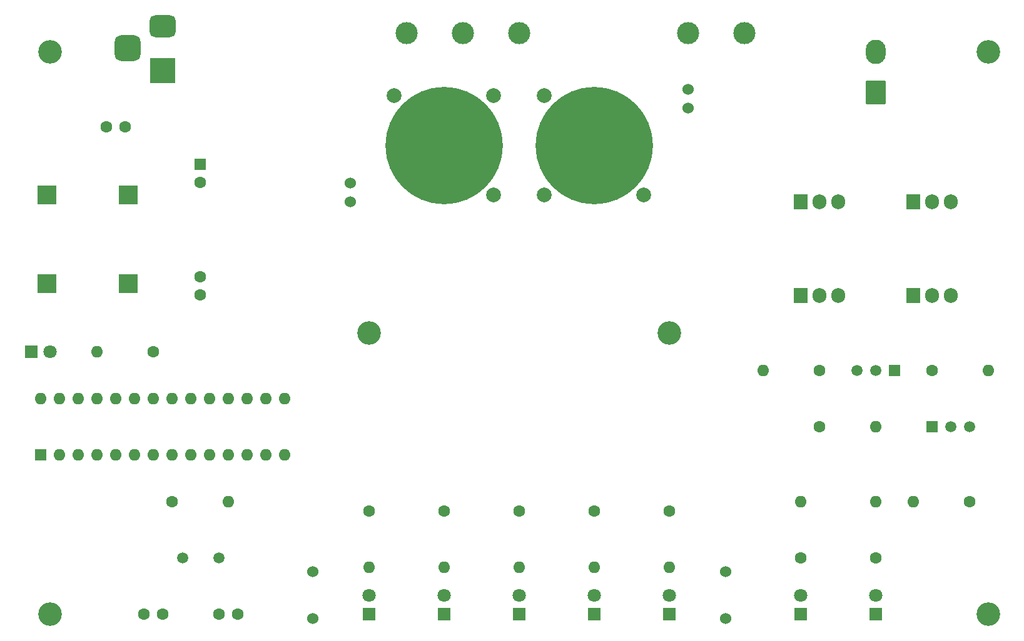
<source format=gbr>
G04 #@! TF.GenerationSoftware,KiCad,Pcbnew,6.0.6+dfsg-1*
G04 #@! TF.CreationDate,2022-07-08T16:57:29-05:00*
G04 #@! TF.ProjectId,thermoelectric-tube,74686572-6d6f-4656-9c65-63747269632d,C*
G04 #@! TF.SameCoordinates,Original*
G04 #@! TF.FileFunction,Soldermask,Top*
G04 #@! TF.FilePolarity,Negative*
%FSLAX46Y46*%
G04 Gerber Fmt 4.6, Leading zero omitted, Abs format (unit mm)*
G04 Created by KiCad (PCBNEW 6.0.6+dfsg-1) date 2022-07-08 16:57:29*
%MOMM*%
%LPD*%
G01*
G04 APERTURE LIST*
G04 Aperture macros list*
%AMRoundRect*
0 Rectangle with rounded corners*
0 $1 Rounding radius*
0 $2 $3 $4 $5 $6 $7 $8 $9 X,Y pos of 4 corners*
0 Add a 4 corners polygon primitive as box body*
4,1,4,$2,$3,$4,$5,$6,$7,$8,$9,$2,$3,0*
0 Add four circle primitives for the rounded corners*
1,1,$1+$1,$2,$3*
1,1,$1+$1,$4,$5*
1,1,$1+$1,$6,$7*
1,1,$1+$1,$8,$9*
0 Add four rect primitives between the rounded corners*
20,1,$1+$1,$2,$3,$4,$5,0*
20,1,$1+$1,$4,$5,$6,$7,0*
20,1,$1+$1,$6,$7,$8,$9,0*
20,1,$1+$1,$8,$9,$2,$3,0*%
G04 Aperture macros list end*
%ADD10R,1.500000X1.500000*%
%ADD11C,1.500000*%
%ADD12C,1.600000*%
%ADD13R,1.800000X1.800000*%
%ADD14C,1.800000*%
%ADD15R,3.500000X3.500000*%
%ADD16RoundRect,0.750000X-1.000000X0.750000X-1.000000X-0.750000X1.000000X-0.750000X1.000000X0.750000X0*%
%ADD17RoundRect,0.875000X-0.875000X0.875000X-0.875000X-0.875000X0.875000X-0.875000X0.875000X0.875000X0*%
%ADD18R,1.905000X2.000000*%
%ADD19O,1.905000X2.000000*%
%ADD20C,3.200000*%
%ADD21R,1.600000X1.600000*%
%ADD22O,1.600000X1.600000*%
%ADD23C,2.000000*%
%ADD24C,15.900000*%
%ADD25C,1.524000*%
%ADD26RoundRect,0.250001X1.099999X1.399999X-1.099999X1.399999X-1.099999X-1.399999X1.099999X-1.399999X0*%
%ADD27O,2.700000X3.300000*%
%ADD28C,3.000000*%
%ADD29R,2.500000X2.500000*%
G04 APERTURE END LIST*
D10*
X170180000Y-101600000D03*
D11*
X172720000Y-101600000D03*
X175260000Y-101600000D03*
D12*
X60960000Y-60960000D03*
X58460000Y-60960000D03*
D13*
X48260000Y-91440000D03*
D14*
X50800000Y-91440000D03*
D13*
X152400000Y-127000000D03*
D14*
X152400000Y-124460000D03*
D13*
X162560000Y-127000000D03*
D14*
X162560000Y-124460000D03*
D15*
X66040000Y-53340000D03*
D16*
X66040000Y-47340000D03*
D17*
X61340000Y-50340000D03*
D18*
X167640000Y-71120000D03*
D19*
X170180000Y-71120000D03*
X172720000Y-71120000D03*
D18*
X152400000Y-83820000D03*
D19*
X154940000Y-83820000D03*
X157480000Y-83820000D03*
D18*
X167640000Y-83820000D03*
D19*
X170180000Y-83820000D03*
X172720000Y-83820000D03*
D20*
X50800000Y-50800000D03*
X177800000Y-127000000D03*
X177800000Y-50800000D03*
D21*
X71120000Y-66040000D03*
D12*
X71120000Y-68540000D03*
X154940000Y-101600000D03*
D22*
X162560000Y-101600000D03*
D12*
X175260000Y-111760000D03*
D22*
X167640000Y-111760000D03*
D12*
X162560000Y-119380000D03*
D22*
X162560000Y-111760000D03*
D12*
X170180000Y-93980000D03*
D22*
X177800000Y-93980000D03*
D12*
X152400000Y-119380000D03*
D22*
X152400000Y-111760000D03*
D10*
X165100000Y-93980000D03*
D11*
X162560000Y-93980000D03*
X160020000Y-93980000D03*
D12*
X154940000Y-93980000D03*
D22*
X147320000Y-93980000D03*
D18*
X152400000Y-71120000D03*
D19*
X154940000Y-71120000D03*
X157480000Y-71120000D03*
D20*
X134620000Y-88900000D03*
D23*
X110890000Y-70250000D03*
D24*
X104140000Y-63500000D03*
D23*
X97390000Y-56750000D03*
X110890000Y-56750000D03*
D25*
X91440000Y-68580000D03*
X91440000Y-71120000D03*
D23*
X117710000Y-70250000D03*
X131210000Y-70250000D03*
X117710000Y-56750000D03*
D24*
X124460000Y-63500000D03*
D25*
X137160000Y-58420000D03*
X137160000Y-55880000D03*
D26*
X162560000Y-56300000D03*
D27*
X162560000Y-50800000D03*
D28*
X99060000Y-48260000D03*
D13*
X104140000Y-127000000D03*
D14*
X104140000Y-124460000D03*
D13*
X124460000Y-127000000D03*
D14*
X124460000Y-124460000D03*
D12*
X71120000Y-81280000D03*
X71120000Y-83780000D03*
D20*
X93980000Y-88900000D03*
D12*
X134620000Y-113030000D03*
D22*
X134620000Y-120650000D03*
D12*
X104140000Y-113030000D03*
D22*
X104140000Y-120650000D03*
D21*
X49540000Y-105400000D03*
D22*
X52080000Y-105400000D03*
X54620000Y-105400000D03*
X57160000Y-105400000D03*
X59700000Y-105400000D03*
X62240000Y-105400000D03*
X64780000Y-105400000D03*
X67320000Y-105400000D03*
X69860000Y-105400000D03*
X72400000Y-105400000D03*
X74940000Y-105400000D03*
X77480000Y-105400000D03*
X80020000Y-105400000D03*
X82560000Y-105400000D03*
X82560000Y-97780000D03*
X80020000Y-97780000D03*
X77480000Y-97780000D03*
X74940000Y-97780000D03*
X72400000Y-97780000D03*
X69860000Y-97780000D03*
X67320000Y-97780000D03*
X64780000Y-97780000D03*
X62240000Y-97780000D03*
X59700000Y-97780000D03*
X57160000Y-97780000D03*
X54620000Y-97780000D03*
X52080000Y-97780000D03*
X49540000Y-97780000D03*
D25*
X142240000Y-121260000D03*
X142240000Y-127660000D03*
D12*
X67310000Y-111760000D03*
D22*
X74930000Y-111760000D03*
D13*
X93980000Y-127000000D03*
D14*
X93980000Y-124460000D03*
D28*
X106680000Y-48260000D03*
X137160000Y-48260000D03*
D12*
X124460000Y-113030000D03*
D22*
X124460000Y-120650000D03*
D20*
X50800000Y-127000000D03*
D12*
X66040000Y-127000000D03*
X63540000Y-127000000D03*
X64770000Y-91440000D03*
D22*
X57150000Y-91440000D03*
D12*
X114300000Y-113030000D03*
D22*
X114300000Y-120650000D03*
D28*
X144780000Y-48260000D03*
D13*
X114300000Y-127000000D03*
D14*
X114300000Y-124460000D03*
D13*
X134620000Y-127000000D03*
D14*
X134620000Y-124460000D03*
D29*
X50380000Y-70200000D03*
X61380000Y-70200000D03*
X61380000Y-82200000D03*
X50380000Y-82200000D03*
D11*
X73660000Y-119380000D03*
X68780000Y-119380000D03*
D25*
X86360000Y-121260000D03*
X86360000Y-127660000D03*
D28*
X114300000Y-48260000D03*
D12*
X76200000Y-127000000D03*
X73700000Y-127000000D03*
X93980000Y-113030000D03*
D22*
X93980000Y-120650000D03*
M02*

</source>
